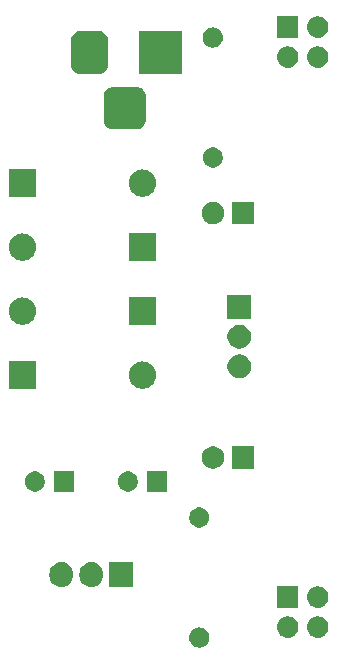
<source format=gbs>
G04 #@! TF.GenerationSoftware,KiCad,Pcbnew,(5.1.4)-1*
G04 #@! TF.CreationDate,2019-11-08T15:33:28+07:00*
G04 #@! TF.ProjectId,PowerForBreadboard,506f7765-7246-46f7-9242-72656164626f,rev?*
G04 #@! TF.SameCoordinates,Original*
G04 #@! TF.FileFunction,Soldermask,Bot*
G04 #@! TF.FilePolarity,Negative*
%FSLAX46Y46*%
G04 Gerber Fmt 4.6, Leading zero omitted, Abs format (unit mm)*
G04 Created by KiCad (PCBNEW (5.1.4)-1) date 2019-11-08 15:33:28*
%MOMM*%
%LPD*%
G04 APERTURE LIST*
%ADD10C,0.100000*%
G04 APERTURE END LIST*
D10*
G36*
X150661823Y-120700313D02*
G01*
X150822242Y-120748976D01*
X150954906Y-120819886D01*
X150970078Y-120827996D01*
X151099659Y-120934341D01*
X151206004Y-121063922D01*
X151206005Y-121063924D01*
X151285024Y-121211758D01*
X151333687Y-121372177D01*
X151350117Y-121539000D01*
X151333687Y-121705823D01*
X151285024Y-121866242D01*
X151214114Y-121998906D01*
X151206004Y-122014078D01*
X151099659Y-122143659D01*
X150970078Y-122250004D01*
X150970076Y-122250005D01*
X150822242Y-122329024D01*
X150661823Y-122377687D01*
X150536804Y-122390000D01*
X150453196Y-122390000D01*
X150328177Y-122377687D01*
X150167758Y-122329024D01*
X150019924Y-122250005D01*
X150019922Y-122250004D01*
X149890341Y-122143659D01*
X149783996Y-122014078D01*
X149775886Y-121998906D01*
X149704976Y-121866242D01*
X149656313Y-121705823D01*
X149639883Y-121539000D01*
X149656313Y-121372177D01*
X149704976Y-121211758D01*
X149783995Y-121063924D01*
X149783996Y-121063922D01*
X149890341Y-120934341D01*
X150019922Y-120827996D01*
X150035094Y-120819886D01*
X150167758Y-120748976D01*
X150328177Y-120700313D01*
X150453196Y-120688000D01*
X150536804Y-120688000D01*
X150661823Y-120700313D01*
X150661823Y-120700313D01*
G37*
G36*
X160638442Y-119755518D02*
G01*
X160704627Y-119762037D01*
X160874466Y-119813557D01*
X161030991Y-119897222D01*
X161066729Y-119926552D01*
X161168186Y-120009814D01*
X161251448Y-120111271D01*
X161280778Y-120147009D01*
X161364443Y-120303534D01*
X161415963Y-120473373D01*
X161433359Y-120650000D01*
X161415963Y-120826627D01*
X161364443Y-120996466D01*
X161280778Y-121152991D01*
X161251448Y-121188729D01*
X161168186Y-121290186D01*
X161068281Y-121372175D01*
X161030991Y-121402778D01*
X160874466Y-121486443D01*
X160704627Y-121537963D01*
X160638443Y-121544481D01*
X160572260Y-121551000D01*
X160483740Y-121551000D01*
X160417557Y-121544481D01*
X160351373Y-121537963D01*
X160181534Y-121486443D01*
X160025009Y-121402778D01*
X159987719Y-121372175D01*
X159887814Y-121290186D01*
X159804552Y-121188729D01*
X159775222Y-121152991D01*
X159691557Y-120996466D01*
X159640037Y-120826627D01*
X159622641Y-120650000D01*
X159640037Y-120473373D01*
X159691557Y-120303534D01*
X159775222Y-120147009D01*
X159804552Y-120111271D01*
X159887814Y-120009814D01*
X159989271Y-119926552D01*
X160025009Y-119897222D01*
X160181534Y-119813557D01*
X160351373Y-119762037D01*
X160417558Y-119755518D01*
X160483740Y-119749000D01*
X160572260Y-119749000D01*
X160638442Y-119755518D01*
X160638442Y-119755518D01*
G37*
G36*
X158098442Y-119755518D02*
G01*
X158164627Y-119762037D01*
X158334466Y-119813557D01*
X158490991Y-119897222D01*
X158526729Y-119926552D01*
X158628186Y-120009814D01*
X158711448Y-120111271D01*
X158740778Y-120147009D01*
X158824443Y-120303534D01*
X158875963Y-120473373D01*
X158893359Y-120650000D01*
X158875963Y-120826627D01*
X158824443Y-120996466D01*
X158740778Y-121152991D01*
X158711448Y-121188729D01*
X158628186Y-121290186D01*
X158528281Y-121372175D01*
X158490991Y-121402778D01*
X158334466Y-121486443D01*
X158164627Y-121537963D01*
X158098443Y-121544481D01*
X158032260Y-121551000D01*
X157943740Y-121551000D01*
X157877557Y-121544481D01*
X157811373Y-121537963D01*
X157641534Y-121486443D01*
X157485009Y-121402778D01*
X157447719Y-121372175D01*
X157347814Y-121290186D01*
X157264552Y-121188729D01*
X157235222Y-121152991D01*
X157151557Y-120996466D01*
X157100037Y-120826627D01*
X157082641Y-120650000D01*
X157100037Y-120473373D01*
X157151557Y-120303534D01*
X157235222Y-120147009D01*
X157264552Y-120111271D01*
X157347814Y-120009814D01*
X157449271Y-119926552D01*
X157485009Y-119897222D01*
X157641534Y-119813557D01*
X157811373Y-119762037D01*
X157877558Y-119755518D01*
X157943740Y-119749000D01*
X158032260Y-119749000D01*
X158098442Y-119755518D01*
X158098442Y-119755518D01*
G37*
G36*
X158889000Y-119011000D02*
G01*
X157087000Y-119011000D01*
X157087000Y-117209000D01*
X158889000Y-117209000D01*
X158889000Y-119011000D01*
X158889000Y-119011000D01*
G37*
G36*
X160638443Y-117215519D02*
G01*
X160704627Y-117222037D01*
X160874466Y-117273557D01*
X161030991Y-117357222D01*
X161066729Y-117386552D01*
X161168186Y-117469814D01*
X161251448Y-117571271D01*
X161280778Y-117607009D01*
X161364443Y-117763534D01*
X161415963Y-117933373D01*
X161433359Y-118110000D01*
X161415963Y-118286627D01*
X161364443Y-118456466D01*
X161280778Y-118612991D01*
X161251448Y-118648729D01*
X161168186Y-118750186D01*
X161066729Y-118833448D01*
X161030991Y-118862778D01*
X160874466Y-118946443D01*
X160704627Y-118997963D01*
X160638443Y-119004481D01*
X160572260Y-119011000D01*
X160483740Y-119011000D01*
X160417557Y-119004481D01*
X160351373Y-118997963D01*
X160181534Y-118946443D01*
X160025009Y-118862778D01*
X159989271Y-118833448D01*
X159887814Y-118750186D01*
X159804552Y-118648729D01*
X159775222Y-118612991D01*
X159691557Y-118456466D01*
X159640037Y-118286627D01*
X159622641Y-118110000D01*
X159640037Y-117933373D01*
X159691557Y-117763534D01*
X159775222Y-117607009D01*
X159804552Y-117571271D01*
X159887814Y-117469814D01*
X159989271Y-117386552D01*
X160025009Y-117357222D01*
X160181534Y-117273557D01*
X160351373Y-117222037D01*
X160417557Y-117215519D01*
X160483740Y-117209000D01*
X160572260Y-117209000D01*
X160638443Y-117215519D01*
X160638443Y-117215519D01*
G37*
G36*
X141547720Y-115168520D02*
G01*
X141736881Y-115225901D01*
X141911212Y-115319083D01*
X142064015Y-115444485D01*
X142189417Y-115597288D01*
X142233182Y-115679167D01*
X142282598Y-115771617D01*
X142282599Y-115771620D01*
X142339980Y-115960781D01*
X142354500Y-116108207D01*
X142354500Y-116301794D01*
X142339980Y-116449220D01*
X142282599Y-116638381D01*
X142189417Y-116812712D01*
X142064015Y-116965515D01*
X141911212Y-117090917D01*
X141829333Y-117134682D01*
X141736883Y-117184098D01*
X141736880Y-117184099D01*
X141547719Y-117241480D01*
X141351000Y-117260855D01*
X141154280Y-117241480D01*
X140965119Y-117184099D01*
X140790788Y-117090917D01*
X140637985Y-116965515D01*
X140512583Y-116812712D01*
X140468818Y-116730833D01*
X140419402Y-116638383D01*
X140419401Y-116638380D01*
X140362020Y-116449219D01*
X140347500Y-116301793D01*
X140347500Y-116108206D01*
X140362020Y-115960780D01*
X140419401Y-115771619D01*
X140512583Y-115597288D01*
X140637985Y-115444485D01*
X140790788Y-115319083D01*
X140965120Y-115225901D01*
X141154281Y-115168520D01*
X141351000Y-115149145D01*
X141547720Y-115168520D01*
X141547720Y-115168520D01*
G37*
G36*
X139007720Y-115168520D02*
G01*
X139196881Y-115225901D01*
X139371212Y-115319083D01*
X139524015Y-115444485D01*
X139649417Y-115597288D01*
X139693182Y-115679167D01*
X139742598Y-115771617D01*
X139742599Y-115771620D01*
X139799980Y-115960781D01*
X139814500Y-116108207D01*
X139814500Y-116301794D01*
X139799980Y-116449220D01*
X139742599Y-116638381D01*
X139649417Y-116812712D01*
X139524015Y-116965515D01*
X139371212Y-117090917D01*
X139289333Y-117134682D01*
X139196883Y-117184098D01*
X139196880Y-117184099D01*
X139007719Y-117241480D01*
X138811000Y-117260855D01*
X138614280Y-117241480D01*
X138425119Y-117184099D01*
X138250788Y-117090917D01*
X138097985Y-116965515D01*
X137972583Y-116812712D01*
X137928818Y-116730833D01*
X137879402Y-116638383D01*
X137879401Y-116638380D01*
X137822020Y-116449219D01*
X137807500Y-116301793D01*
X137807500Y-116108206D01*
X137822020Y-115960780D01*
X137879401Y-115771619D01*
X137972583Y-115597288D01*
X138097985Y-115444485D01*
X138250788Y-115319083D01*
X138425120Y-115225901D01*
X138614281Y-115168520D01*
X138811000Y-115149145D01*
X139007720Y-115168520D01*
X139007720Y-115168520D01*
G37*
G36*
X144894500Y-117256000D02*
G01*
X142887500Y-117256000D01*
X142887500Y-115154000D01*
X144894500Y-115154000D01*
X144894500Y-117256000D01*
X144894500Y-117256000D01*
G37*
G36*
X150743228Y-110560703D02*
G01*
X150898100Y-110624853D01*
X151037481Y-110717985D01*
X151156015Y-110836519D01*
X151249147Y-110975900D01*
X151313297Y-111130772D01*
X151346000Y-111295184D01*
X151346000Y-111462816D01*
X151313297Y-111627228D01*
X151249147Y-111782100D01*
X151156015Y-111921481D01*
X151037481Y-112040015D01*
X150898100Y-112133147D01*
X150743228Y-112197297D01*
X150578816Y-112230000D01*
X150411184Y-112230000D01*
X150246772Y-112197297D01*
X150091900Y-112133147D01*
X149952519Y-112040015D01*
X149833985Y-111921481D01*
X149740853Y-111782100D01*
X149676703Y-111627228D01*
X149644000Y-111462816D01*
X149644000Y-111295184D01*
X149676703Y-111130772D01*
X149740853Y-110975900D01*
X149833985Y-110836519D01*
X149952519Y-110717985D01*
X150091900Y-110624853D01*
X150246772Y-110560703D01*
X150411184Y-110528000D01*
X150578816Y-110528000D01*
X150743228Y-110560703D01*
X150743228Y-110560703D01*
G37*
G36*
X136813228Y-107512703D02*
G01*
X136968100Y-107576853D01*
X137107481Y-107669985D01*
X137226015Y-107788519D01*
X137319147Y-107927900D01*
X137383297Y-108082772D01*
X137416000Y-108247184D01*
X137416000Y-108414816D01*
X137383297Y-108579228D01*
X137319147Y-108734100D01*
X137226015Y-108873481D01*
X137107481Y-108992015D01*
X136968100Y-109085147D01*
X136813228Y-109149297D01*
X136648816Y-109182000D01*
X136481184Y-109182000D01*
X136316772Y-109149297D01*
X136161900Y-109085147D01*
X136022519Y-108992015D01*
X135903985Y-108873481D01*
X135810853Y-108734100D01*
X135746703Y-108579228D01*
X135714000Y-108414816D01*
X135714000Y-108247184D01*
X135746703Y-108082772D01*
X135810853Y-107927900D01*
X135903985Y-107788519D01*
X136022519Y-107669985D01*
X136161900Y-107576853D01*
X136316772Y-107512703D01*
X136481184Y-107480000D01*
X136648816Y-107480000D01*
X136813228Y-107512703D01*
X136813228Y-107512703D01*
G37*
G36*
X147790000Y-109182000D02*
G01*
X146088000Y-109182000D01*
X146088000Y-107480000D01*
X147790000Y-107480000D01*
X147790000Y-109182000D01*
X147790000Y-109182000D01*
G37*
G36*
X144687228Y-107512703D02*
G01*
X144842100Y-107576853D01*
X144981481Y-107669985D01*
X145100015Y-107788519D01*
X145193147Y-107927900D01*
X145257297Y-108082772D01*
X145290000Y-108247184D01*
X145290000Y-108414816D01*
X145257297Y-108579228D01*
X145193147Y-108734100D01*
X145100015Y-108873481D01*
X144981481Y-108992015D01*
X144842100Y-109085147D01*
X144687228Y-109149297D01*
X144522816Y-109182000D01*
X144355184Y-109182000D01*
X144190772Y-109149297D01*
X144035900Y-109085147D01*
X143896519Y-108992015D01*
X143777985Y-108873481D01*
X143684853Y-108734100D01*
X143620703Y-108579228D01*
X143588000Y-108414816D01*
X143588000Y-108247184D01*
X143620703Y-108082772D01*
X143684853Y-107927900D01*
X143777985Y-107788519D01*
X143896519Y-107669985D01*
X144035900Y-107576853D01*
X144190772Y-107512703D01*
X144355184Y-107480000D01*
X144522816Y-107480000D01*
X144687228Y-107512703D01*
X144687228Y-107512703D01*
G37*
G36*
X139916000Y-109182000D02*
G01*
X138214000Y-109182000D01*
X138214000Y-107480000D01*
X139916000Y-107480000D01*
X139916000Y-109182000D01*
X139916000Y-109182000D01*
G37*
G36*
X151915395Y-105384546D02*
G01*
X152088466Y-105456234D01*
X152088467Y-105456235D01*
X152244227Y-105560310D01*
X152376690Y-105692773D01*
X152376691Y-105692775D01*
X152480766Y-105848534D01*
X152552454Y-106021605D01*
X152589000Y-106205333D01*
X152589000Y-106392667D01*
X152552454Y-106576395D01*
X152480766Y-106749466D01*
X152480765Y-106749467D01*
X152376690Y-106905227D01*
X152244227Y-107037690D01*
X152165818Y-107090081D01*
X152088466Y-107141766D01*
X151915395Y-107213454D01*
X151731667Y-107250000D01*
X151544333Y-107250000D01*
X151360605Y-107213454D01*
X151187534Y-107141766D01*
X151110182Y-107090081D01*
X151031773Y-107037690D01*
X150899310Y-106905227D01*
X150795235Y-106749467D01*
X150795234Y-106749466D01*
X150723546Y-106576395D01*
X150687000Y-106392667D01*
X150687000Y-106205333D01*
X150723546Y-106021605D01*
X150795234Y-105848534D01*
X150899309Y-105692775D01*
X150899310Y-105692773D01*
X151031773Y-105560310D01*
X151187533Y-105456235D01*
X151187534Y-105456234D01*
X151360605Y-105384546D01*
X151544333Y-105348000D01*
X151731667Y-105348000D01*
X151915395Y-105384546D01*
X151915395Y-105384546D01*
G37*
G36*
X155129000Y-107250000D02*
G01*
X153227000Y-107250000D01*
X153227000Y-105348000D01*
X155129000Y-105348000D01*
X155129000Y-107250000D01*
X155129000Y-107250000D01*
G37*
G36*
X145838271Y-98174103D02*
G01*
X145894635Y-98179654D01*
X146111600Y-98245470D01*
X146111602Y-98245471D01*
X146311555Y-98352347D01*
X146486818Y-98496182D01*
X146630653Y-98671445D01*
X146731693Y-98860480D01*
X146737530Y-98871400D01*
X146803346Y-99088365D01*
X146803346Y-99088366D01*
X146825569Y-99314000D01*
X146803346Y-99539634D01*
X146737529Y-99756602D01*
X146630653Y-99956555D01*
X146486818Y-100131818D01*
X146311555Y-100275653D01*
X146111602Y-100382529D01*
X146111600Y-100382530D01*
X145894635Y-100448346D01*
X145838271Y-100453897D01*
X145725545Y-100465000D01*
X145612455Y-100465000D01*
X145499729Y-100453897D01*
X145443365Y-100448346D01*
X145226400Y-100382530D01*
X145226398Y-100382529D01*
X145026445Y-100275653D01*
X144851182Y-100131818D01*
X144707347Y-99956555D01*
X144600471Y-99756602D01*
X144534654Y-99539634D01*
X144512431Y-99314000D01*
X144534654Y-99088366D01*
X144534654Y-99088365D01*
X144600470Y-98871400D01*
X144606307Y-98860480D01*
X144707347Y-98671445D01*
X144851182Y-98496182D01*
X145026445Y-98352347D01*
X145226398Y-98245471D01*
X145226400Y-98245470D01*
X145443365Y-98179654D01*
X145499729Y-98174103D01*
X145612455Y-98163000D01*
X145725545Y-98163000D01*
X145838271Y-98174103D01*
X145838271Y-98174103D01*
G37*
G36*
X136660000Y-100465000D02*
G01*
X134358000Y-100465000D01*
X134358000Y-98163000D01*
X136660000Y-98163000D01*
X136660000Y-100465000D01*
X136660000Y-100465000D01*
G37*
G36*
X154169981Y-97605968D02*
G01*
X154352151Y-97681426D01*
X154516100Y-97790973D01*
X154655527Y-97930400D01*
X154765074Y-98094349D01*
X154840532Y-98276519D01*
X154879000Y-98469910D01*
X154879000Y-98667090D01*
X154840532Y-98860481D01*
X154765074Y-99042651D01*
X154655527Y-99206600D01*
X154516100Y-99346027D01*
X154352151Y-99455574D01*
X154169981Y-99531032D01*
X153976591Y-99569500D01*
X153779409Y-99569500D01*
X153586019Y-99531032D01*
X153403849Y-99455574D01*
X153239900Y-99346027D01*
X153100473Y-99206600D01*
X152990926Y-99042651D01*
X152915468Y-98860481D01*
X152877000Y-98667090D01*
X152877000Y-98469910D01*
X152915468Y-98276519D01*
X152990926Y-98094349D01*
X153100473Y-97930400D01*
X153239900Y-97790973D01*
X153403849Y-97681426D01*
X153586019Y-97605968D01*
X153682715Y-97586734D01*
X153779409Y-97567500D01*
X153976591Y-97567500D01*
X154169981Y-97605968D01*
X154169981Y-97605968D01*
G37*
G36*
X154073285Y-95086734D02*
G01*
X154169981Y-95105968D01*
X154352151Y-95181426D01*
X154516100Y-95290973D01*
X154655527Y-95430400D01*
X154765074Y-95594349D01*
X154840532Y-95776519D01*
X154879000Y-95969910D01*
X154879000Y-96167090D01*
X154840532Y-96360481D01*
X154765074Y-96542651D01*
X154655527Y-96706600D01*
X154516100Y-96846027D01*
X154352151Y-96955574D01*
X154169981Y-97031032D01*
X154073285Y-97050266D01*
X153976591Y-97069500D01*
X153779409Y-97069500D01*
X153682715Y-97050266D01*
X153586019Y-97031032D01*
X153403849Y-96955574D01*
X153239900Y-96846027D01*
X153100473Y-96706600D01*
X152990926Y-96542651D01*
X152915468Y-96360481D01*
X152877000Y-96167090D01*
X152877000Y-95969910D01*
X152915468Y-95776519D01*
X152990926Y-95594349D01*
X153100473Y-95430400D01*
X153239900Y-95290973D01*
X153403849Y-95181426D01*
X153586019Y-95105968D01*
X153779409Y-95067500D01*
X153976591Y-95067500D01*
X154073285Y-95086734D01*
X154073285Y-95086734D01*
G37*
G36*
X146820000Y-95046332D02*
G01*
X144518000Y-95046332D01*
X144518000Y-92744332D01*
X146820000Y-92744332D01*
X146820000Y-95046332D01*
X146820000Y-95046332D01*
G37*
G36*
X135678271Y-92755435D02*
G01*
X135734635Y-92760986D01*
X135951600Y-92826802D01*
X135951602Y-92826803D01*
X136151555Y-92933679D01*
X136326818Y-93077514D01*
X136470653Y-93252777D01*
X136577529Y-93452730D01*
X136643346Y-93669698D01*
X136665569Y-93895332D01*
X136643346Y-94120966D01*
X136577529Y-94337934D01*
X136470653Y-94537887D01*
X136326818Y-94713150D01*
X136151555Y-94856985D01*
X135951602Y-94963861D01*
X135951600Y-94963862D01*
X135734635Y-95029678D01*
X135678271Y-95035229D01*
X135565545Y-95046332D01*
X135452455Y-95046332D01*
X135339729Y-95035229D01*
X135283365Y-95029678D01*
X135066400Y-94963862D01*
X135066398Y-94963861D01*
X134866445Y-94856985D01*
X134691182Y-94713150D01*
X134547347Y-94537887D01*
X134440471Y-94337934D01*
X134374654Y-94120966D01*
X134352431Y-93895332D01*
X134374654Y-93669698D01*
X134440471Y-93452730D01*
X134547347Y-93252777D01*
X134691182Y-93077514D01*
X134866445Y-92933679D01*
X135066398Y-92826803D01*
X135066400Y-92826802D01*
X135283365Y-92760986D01*
X135339729Y-92755435D01*
X135452455Y-92744332D01*
X135565545Y-92744332D01*
X135678271Y-92755435D01*
X135678271Y-92755435D01*
G37*
G36*
X154879000Y-94569500D02*
G01*
X152877000Y-94569500D01*
X152877000Y-92567500D01*
X154879000Y-92567500D01*
X154879000Y-94569500D01*
X154879000Y-94569500D01*
G37*
G36*
X135678271Y-87336769D02*
G01*
X135734635Y-87342320D01*
X135951600Y-87408136D01*
X135951602Y-87408137D01*
X136151555Y-87515013D01*
X136326818Y-87658848D01*
X136470653Y-87834111D01*
X136577529Y-88034064D01*
X136643346Y-88251032D01*
X136665569Y-88476666D01*
X136643346Y-88702300D01*
X136577529Y-88919268D01*
X136470653Y-89119221D01*
X136326818Y-89294484D01*
X136151555Y-89438319D01*
X135951602Y-89545195D01*
X135951600Y-89545196D01*
X135734635Y-89611012D01*
X135678271Y-89616563D01*
X135565545Y-89627666D01*
X135452455Y-89627666D01*
X135339729Y-89616563D01*
X135283365Y-89611012D01*
X135066400Y-89545196D01*
X135066398Y-89545195D01*
X134866445Y-89438319D01*
X134691182Y-89294484D01*
X134547347Y-89119221D01*
X134440471Y-88919268D01*
X134374654Y-88702300D01*
X134352431Y-88476666D01*
X134374654Y-88251032D01*
X134440471Y-88034064D01*
X134547347Y-87834111D01*
X134691182Y-87658848D01*
X134866445Y-87515013D01*
X135066398Y-87408137D01*
X135066400Y-87408136D01*
X135283365Y-87342320D01*
X135339729Y-87336769D01*
X135452455Y-87325666D01*
X135565545Y-87325666D01*
X135678271Y-87336769D01*
X135678271Y-87336769D01*
G37*
G36*
X146820000Y-89627666D02*
G01*
X144518000Y-89627666D01*
X144518000Y-87325666D01*
X146820000Y-87325666D01*
X146820000Y-89627666D01*
X146820000Y-89627666D01*
G37*
G36*
X151915395Y-84683546D02*
G01*
X152088466Y-84755234D01*
X152088467Y-84755235D01*
X152244227Y-84859310D01*
X152376690Y-84991773D01*
X152376691Y-84991775D01*
X152480766Y-85147534D01*
X152552454Y-85320605D01*
X152589000Y-85504333D01*
X152589000Y-85691667D01*
X152552454Y-85875395D01*
X152480766Y-86048466D01*
X152480765Y-86048467D01*
X152376690Y-86204227D01*
X152244227Y-86336690D01*
X152165818Y-86389081D01*
X152088466Y-86440766D01*
X151915395Y-86512454D01*
X151731667Y-86549000D01*
X151544333Y-86549000D01*
X151360605Y-86512454D01*
X151187534Y-86440766D01*
X151110182Y-86389081D01*
X151031773Y-86336690D01*
X150899310Y-86204227D01*
X150795235Y-86048467D01*
X150795234Y-86048466D01*
X150723546Y-85875395D01*
X150687000Y-85691667D01*
X150687000Y-85504333D01*
X150723546Y-85320605D01*
X150795234Y-85147534D01*
X150899309Y-84991775D01*
X150899310Y-84991773D01*
X151031773Y-84859310D01*
X151187533Y-84755235D01*
X151187534Y-84755234D01*
X151360605Y-84683546D01*
X151544333Y-84647000D01*
X151731667Y-84647000D01*
X151915395Y-84683546D01*
X151915395Y-84683546D01*
G37*
G36*
X155129000Y-86549000D02*
G01*
X153227000Y-86549000D01*
X153227000Y-84647000D01*
X155129000Y-84647000D01*
X155129000Y-86549000D01*
X155129000Y-86549000D01*
G37*
G36*
X136660000Y-84209000D02*
G01*
X134358000Y-84209000D01*
X134358000Y-81907000D01*
X136660000Y-81907000D01*
X136660000Y-84209000D01*
X136660000Y-84209000D01*
G37*
G36*
X145838271Y-81918103D02*
G01*
X145894635Y-81923654D01*
X146111600Y-81989470D01*
X146111602Y-81989471D01*
X146311555Y-82096347D01*
X146486818Y-82240182D01*
X146630653Y-82415445D01*
X146737529Y-82615398D01*
X146803346Y-82832366D01*
X146825569Y-83058000D01*
X146803346Y-83283634D01*
X146737529Y-83500602D01*
X146630653Y-83700555D01*
X146486818Y-83875818D01*
X146311555Y-84019653D01*
X146111602Y-84126529D01*
X146111600Y-84126530D01*
X145894635Y-84192346D01*
X145838271Y-84197897D01*
X145725545Y-84209000D01*
X145612455Y-84209000D01*
X145499729Y-84197897D01*
X145443365Y-84192346D01*
X145226400Y-84126530D01*
X145226398Y-84126529D01*
X145026445Y-84019653D01*
X144851182Y-83875818D01*
X144707347Y-83700555D01*
X144600471Y-83500602D01*
X144534654Y-83283634D01*
X144512431Y-83058000D01*
X144534654Y-82832366D01*
X144600471Y-82615398D01*
X144707347Y-82415445D01*
X144851182Y-82240182D01*
X145026445Y-82096347D01*
X145226398Y-81989471D01*
X145226400Y-81989470D01*
X145443365Y-81923654D01*
X145499729Y-81918103D01*
X145612455Y-81907000D01*
X145725545Y-81907000D01*
X145838271Y-81918103D01*
X145838271Y-81918103D01*
G37*
G36*
X151886228Y-80080703D02*
G01*
X152041100Y-80144853D01*
X152180481Y-80237985D01*
X152299015Y-80356519D01*
X152392147Y-80495900D01*
X152456297Y-80650772D01*
X152489000Y-80815184D01*
X152489000Y-80982816D01*
X152456297Y-81147228D01*
X152392147Y-81302100D01*
X152299015Y-81441481D01*
X152180481Y-81560015D01*
X152041100Y-81653147D01*
X151886228Y-81717297D01*
X151721816Y-81750000D01*
X151554184Y-81750000D01*
X151389772Y-81717297D01*
X151234900Y-81653147D01*
X151095519Y-81560015D01*
X150976985Y-81441481D01*
X150883853Y-81302100D01*
X150819703Y-81147228D01*
X150787000Y-80982816D01*
X150787000Y-80815184D01*
X150819703Y-80650772D01*
X150883853Y-80495900D01*
X150976985Y-80356519D01*
X151095519Y-80237985D01*
X151234900Y-80144853D01*
X151389772Y-80080703D01*
X151554184Y-80048000D01*
X151721816Y-80048000D01*
X151886228Y-80080703D01*
X151886228Y-80080703D01*
G37*
G36*
X145319366Y-74924695D02*
G01*
X145476460Y-74972349D01*
X145621231Y-75049731D01*
X145748128Y-75153872D01*
X145852269Y-75280769D01*
X145929651Y-75425540D01*
X145977305Y-75582634D01*
X145994000Y-75752140D01*
X145994000Y-77665860D01*
X145977305Y-77835366D01*
X145929651Y-77992460D01*
X145852269Y-78137231D01*
X145748128Y-78264128D01*
X145621231Y-78368269D01*
X145476460Y-78445651D01*
X145319366Y-78493305D01*
X145149860Y-78510000D01*
X143236140Y-78510000D01*
X143066634Y-78493305D01*
X142909540Y-78445651D01*
X142764769Y-78368269D01*
X142637872Y-78264128D01*
X142533731Y-78137231D01*
X142456349Y-77992460D01*
X142408695Y-77835366D01*
X142392000Y-77665860D01*
X142392000Y-75752140D01*
X142408695Y-75582634D01*
X142456349Y-75425540D01*
X142533731Y-75280769D01*
X142637872Y-75153872D01*
X142764769Y-75049731D01*
X142909540Y-74972349D01*
X143066634Y-74924695D01*
X143236140Y-74908000D01*
X145149860Y-74908000D01*
X145319366Y-74924695D01*
X145319366Y-74924695D01*
G37*
G36*
X142169979Y-70222293D02*
G01*
X142303625Y-70262834D01*
X142426784Y-70328664D01*
X142534740Y-70417260D01*
X142623336Y-70525216D01*
X142689166Y-70648375D01*
X142729707Y-70782021D01*
X142744000Y-70927140D01*
X142744000Y-73090860D01*
X142729707Y-73235979D01*
X142689166Y-73369625D01*
X142623336Y-73492784D01*
X142534740Y-73600740D01*
X142426784Y-73689336D01*
X142303625Y-73755166D01*
X142169979Y-73795707D01*
X142024860Y-73810000D01*
X140361140Y-73810000D01*
X140216021Y-73795707D01*
X140082375Y-73755166D01*
X139959216Y-73689336D01*
X139851260Y-73600740D01*
X139762664Y-73492784D01*
X139696834Y-73369625D01*
X139656293Y-73235979D01*
X139642000Y-73090860D01*
X139642000Y-70927140D01*
X139656293Y-70782021D01*
X139696834Y-70648375D01*
X139762664Y-70525216D01*
X139851260Y-70417260D01*
X139959216Y-70328664D01*
X140082375Y-70262834D01*
X140216021Y-70222293D01*
X140361140Y-70208000D01*
X142024860Y-70208000D01*
X142169979Y-70222293D01*
X142169979Y-70222293D01*
G37*
G36*
X148994000Y-73810000D02*
G01*
X145392000Y-73810000D01*
X145392000Y-70208000D01*
X148994000Y-70208000D01*
X148994000Y-73810000D01*
X148994000Y-73810000D01*
G37*
G36*
X158098443Y-71495519D02*
G01*
X158164627Y-71502037D01*
X158334466Y-71553557D01*
X158490991Y-71637222D01*
X158526729Y-71666552D01*
X158628186Y-71749814D01*
X158711448Y-71851271D01*
X158740778Y-71887009D01*
X158824443Y-72043534D01*
X158875963Y-72213373D01*
X158893359Y-72390000D01*
X158875963Y-72566627D01*
X158824443Y-72736466D01*
X158740778Y-72892991D01*
X158711448Y-72928729D01*
X158628186Y-73030186D01*
X158554253Y-73090860D01*
X158490991Y-73142778D01*
X158334466Y-73226443D01*
X158164627Y-73277963D01*
X158098443Y-73284481D01*
X158032260Y-73291000D01*
X157943740Y-73291000D01*
X157877557Y-73284481D01*
X157811373Y-73277963D01*
X157641534Y-73226443D01*
X157485009Y-73142778D01*
X157421747Y-73090860D01*
X157347814Y-73030186D01*
X157264552Y-72928729D01*
X157235222Y-72892991D01*
X157151557Y-72736466D01*
X157100037Y-72566627D01*
X157082641Y-72390000D01*
X157100037Y-72213373D01*
X157151557Y-72043534D01*
X157235222Y-71887009D01*
X157264552Y-71851271D01*
X157347814Y-71749814D01*
X157449271Y-71666552D01*
X157485009Y-71637222D01*
X157641534Y-71553557D01*
X157811373Y-71502037D01*
X157877557Y-71495519D01*
X157943740Y-71489000D01*
X158032260Y-71489000D01*
X158098443Y-71495519D01*
X158098443Y-71495519D01*
G37*
G36*
X160638443Y-71495519D02*
G01*
X160704627Y-71502037D01*
X160874466Y-71553557D01*
X161030991Y-71637222D01*
X161066729Y-71666552D01*
X161168186Y-71749814D01*
X161251448Y-71851271D01*
X161280778Y-71887009D01*
X161364443Y-72043534D01*
X161415963Y-72213373D01*
X161433359Y-72390000D01*
X161415963Y-72566627D01*
X161364443Y-72736466D01*
X161280778Y-72892991D01*
X161251448Y-72928729D01*
X161168186Y-73030186D01*
X161094253Y-73090860D01*
X161030991Y-73142778D01*
X160874466Y-73226443D01*
X160704627Y-73277963D01*
X160638443Y-73284481D01*
X160572260Y-73291000D01*
X160483740Y-73291000D01*
X160417557Y-73284481D01*
X160351373Y-73277963D01*
X160181534Y-73226443D01*
X160025009Y-73142778D01*
X159961747Y-73090860D01*
X159887814Y-73030186D01*
X159804552Y-72928729D01*
X159775222Y-72892991D01*
X159691557Y-72736466D01*
X159640037Y-72566627D01*
X159622641Y-72390000D01*
X159640037Y-72213373D01*
X159691557Y-72043534D01*
X159775222Y-71887009D01*
X159804552Y-71851271D01*
X159887814Y-71749814D01*
X159989271Y-71666552D01*
X160025009Y-71637222D01*
X160181534Y-71553557D01*
X160351373Y-71502037D01*
X160417557Y-71495519D01*
X160483740Y-71489000D01*
X160572260Y-71489000D01*
X160638443Y-71495519D01*
X160638443Y-71495519D01*
G37*
G36*
X151804823Y-69900313D02*
G01*
X151965242Y-69948976D01*
X152097906Y-70019886D01*
X152113078Y-70027996D01*
X152242659Y-70134341D01*
X152349004Y-70263922D01*
X152349005Y-70263924D01*
X152428024Y-70411758D01*
X152476687Y-70572177D01*
X152493117Y-70739000D01*
X152476687Y-70905823D01*
X152428024Y-71066242D01*
X152357114Y-71198906D01*
X152349004Y-71214078D01*
X152242659Y-71343659D01*
X152113078Y-71450004D01*
X152113076Y-71450005D01*
X151965242Y-71529024D01*
X151804823Y-71577687D01*
X151679804Y-71590000D01*
X151596196Y-71590000D01*
X151471177Y-71577687D01*
X151310758Y-71529024D01*
X151162924Y-71450005D01*
X151162922Y-71450004D01*
X151033341Y-71343659D01*
X150926996Y-71214078D01*
X150918886Y-71198906D01*
X150847976Y-71066242D01*
X150799313Y-70905823D01*
X150782883Y-70739000D01*
X150799313Y-70572177D01*
X150847976Y-70411758D01*
X150926995Y-70263924D01*
X150926996Y-70263922D01*
X151033341Y-70134341D01*
X151162922Y-70027996D01*
X151178094Y-70019886D01*
X151310758Y-69948976D01*
X151471177Y-69900313D01*
X151596196Y-69888000D01*
X151679804Y-69888000D01*
X151804823Y-69900313D01*
X151804823Y-69900313D01*
G37*
G36*
X160638443Y-68955519D02*
G01*
X160704627Y-68962037D01*
X160874466Y-69013557D01*
X161030991Y-69097222D01*
X161066729Y-69126552D01*
X161168186Y-69209814D01*
X161251448Y-69311271D01*
X161280778Y-69347009D01*
X161364443Y-69503534D01*
X161415963Y-69673373D01*
X161433359Y-69850000D01*
X161415963Y-70026627D01*
X161364443Y-70196466D01*
X161280778Y-70352991D01*
X161251448Y-70388729D01*
X161168186Y-70490186D01*
X161092066Y-70552655D01*
X161030991Y-70602778D01*
X160874466Y-70686443D01*
X160704627Y-70737963D01*
X160638443Y-70744481D01*
X160572260Y-70751000D01*
X160483740Y-70751000D01*
X160417557Y-70744481D01*
X160351373Y-70737963D01*
X160181534Y-70686443D01*
X160025009Y-70602778D01*
X159963934Y-70552655D01*
X159887814Y-70490186D01*
X159804552Y-70388729D01*
X159775222Y-70352991D01*
X159691557Y-70196466D01*
X159640037Y-70026627D01*
X159622641Y-69850000D01*
X159640037Y-69673373D01*
X159691557Y-69503534D01*
X159775222Y-69347009D01*
X159804552Y-69311271D01*
X159887814Y-69209814D01*
X159989271Y-69126552D01*
X160025009Y-69097222D01*
X160181534Y-69013557D01*
X160351373Y-68962037D01*
X160417557Y-68955519D01*
X160483740Y-68949000D01*
X160572260Y-68949000D01*
X160638443Y-68955519D01*
X160638443Y-68955519D01*
G37*
G36*
X158889000Y-70751000D02*
G01*
X157087000Y-70751000D01*
X157087000Y-68949000D01*
X158889000Y-68949000D01*
X158889000Y-70751000D01*
X158889000Y-70751000D01*
G37*
M02*

</source>
